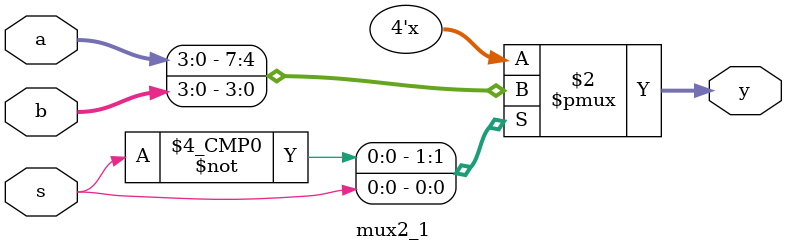
<source format=v>
`timescale 1ns / 1ps


module mux2_1(
    input [3:0] a,
    input [3:0] b,
    input s,
    output reg [3:0] y
    );
    always @(*) begin
        case(s)
            1'b0: y = a;
            1'b1: y = b;
        endcase
    end
endmodule

</source>
